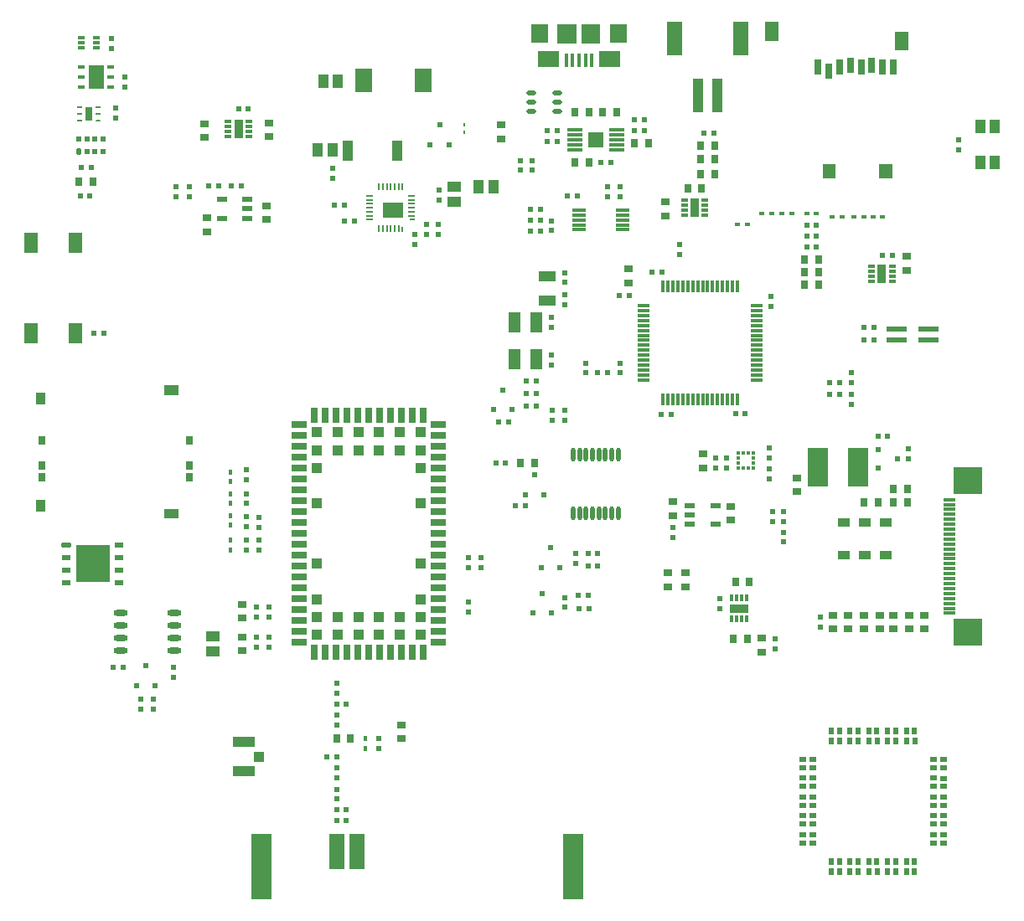
<source format=gbr>
%TF.GenerationSoftware,Altium Limited,Altium Designer,20.2.6 (244)*%
G04 Layer_Color=8421504*
%FSLAX45Y45*%
%MOMM*%
%TF.SameCoordinates,65E78103-6D03-462D-AAE3-041F84C347C7*%
%TF.FilePolarity,Positive*%
%TF.FileFunction,Paste,Top*%
%TF.Part,Single*%
G01*
G75*
%TA.AperFunction,SMDPad,CuDef*%
%ADD11R,1.10000X0.60000*%
G04:AMPARAMS|DCode=12|XSize=0.5mm|YSize=0.6mm|CornerRadius=0mm|HoleSize=0mm|Usage=FLASHONLY|Rotation=0.000|XOffset=0mm|YOffset=0mm|HoleType=Round|Shape=Octagon|*
%AMOCTAGOND12*
4,1,8,-0.12500,0.30000,0.12500,0.30000,0.25000,0.17500,0.25000,-0.17500,0.12500,-0.30000,-0.12500,-0.30000,-0.25000,-0.17500,-0.25000,0.17500,-0.12500,0.30000,0.0*
%
%ADD12OCTAGOND12*%

%ADD13R,0.50000X0.60000*%
%ADD14R,1.50000X3.60000*%
%ADD15R,2.10000X6.60000*%
%ADD16R,0.60000X0.50000*%
%ADD17R,1.20000X0.30000*%
%ADD18R,0.30000X1.20000*%
%ADD19R,2.20000X1.05000*%
%ADD20R,1.05000X1.00000*%
%ADD21O,1.00000X0.50000*%
%ADD22R,1.10000X1.40000*%
%ADD23R,2.00000X1.50000*%
%ADD24R,0.50000X0.20000*%
%ADD25R,0.65000X0.20000*%
%ADD26R,0.20000X0.50000*%
%ADD27R,0.20000X0.65000*%
%ADD28R,1.80000X2.40000*%
%TA.AperFunction,ConnectorPad*%
%ADD29R,1.80000X1.90000*%
%ADD30R,0.40000X1.35000*%
%TA.AperFunction,SMDPad,CuDef*%
%ADD31O,0.45000X1.40000*%
%ADD32R,1.40000X2.10000*%
%TA.AperFunction,ConnectorPad*%
%ADD33R,1.05000X1.40000*%
%ADD36R,0.80000X0.90000*%
%TA.AperFunction,SMDPad,CuDef*%
G04:AMPARAMS|DCode=37|XSize=0.96mm|YSize=0.5mm|CornerRadius=0.125mm|HoleSize=0mm|Usage=FLASHONLY|Rotation=0.000|XOffset=0mm|YOffset=0mm|HoleType=Round|Shape=RoundedRectangle|*
%AMROUNDEDRECTD37*
21,1,0.96000,0.25000,0,0,0.0*
21,1,0.71000,0.50000,0,0,0.0*
1,1,0.25000,0.35500,-0.12500*
1,1,0.25000,-0.35500,-0.12500*
1,1,0.25000,-0.35500,0.12500*
1,1,0.25000,0.35500,0.12500*
%
%ADD37ROUNDEDRECTD37*%
%ADD38R,0.96000X0.50000*%
%ADD39R,3.40000X3.80000*%
%ADD40O,1.45000X0.60000*%
%ADD41R,0.90000X0.80000*%
%ADD45R,0.30000X0.50000*%
%ADD46R,0.80000X0.90000*%
%ADD47R,1.40000X1.10000*%
%ADD48R,1.20000X0.90000*%
%ADD49R,0.80000X1.50000*%
%ADD50R,1.00000X3.50000*%
%ADD51R,1.50000X3.40000*%
%ADD52R,1.20000X2.00000*%
%ADD53R,1.80000X1.00000*%
%ADD54R,2.00000X0.55000*%
%ADD55R,0.80000X0.40000*%
%ADD56R,1.50000X2.40000*%
%ADD57R,0.65000X1.35000*%
%ADD58R,0.50000X0.25000*%
G04:AMPARAMS|DCode=59|XSize=0.5mm|YSize=0.25mm|CornerRadius=0.0625mm|HoleSize=0mm|Usage=FLASHONLY|Rotation=0.000|XOffset=0mm|YOffset=0mm|HoleType=Round|Shape=RoundedRectangle|*
%AMROUNDEDRECTD59*
21,1,0.50000,0.12500,0,0,0.0*
21,1,0.37500,0.25000,0,0,0.0*
1,1,0.12500,0.18750,-0.06250*
1,1,0.12500,-0.18750,-0.06250*
1,1,0.12500,-0.18750,0.06250*
1,1,0.12500,0.18750,0.06250*
%
%ADD59ROUNDEDRECTD59*%
%ADD60R,0.67000X0.30000*%
%ADD61R,0.25000X0.36000*%
%ADD62R,0.70000X0.30000*%
%ADD63R,0.95000X1.95000*%
%ADD64R,1.00000X2.00000*%
%ADD65R,1.45000X0.30000*%
%ADD66R,0.50000X0.30000*%
%ADD67R,1.60000X0.30000*%
%ADD68R,1.60000X1.60000*%
%ADD69R,0.30000X0.70000*%
%ADD70R,1.95000X0.95000*%
%ADD71R,0.37500X0.35000*%
%ADD72R,0.35000X0.37500*%
%ADD73R,2.00000X4.00000*%
%ADD74R,1.20000X0.30000*%
%ADD75R,3.00000X2.70000*%
%TA.AperFunction,NonConductor*%
%ADD96R,0.58001X0.71901*%
%ADD97R,0.71901X0.58001*%
%ADD98R,1.55000X0.75000*%
%ADD99R,0.75000X1.55000*%
%TA.AperFunction,BGAPad,CuDef*%
%ADD100R,1.05000X1.05000*%
G36*
X5685000Y8755000D02*
X5495000D01*
Y8945000D01*
X5685000D01*
Y8755000D01*
D02*
G37*
G36*
X5505000Y8515000D02*
X5295000D01*
Y8675000D01*
X5505000D01*
Y8515000D01*
D02*
G37*
G36*
X1661000Y5198500D02*
X1521001D01*
Y5293500D01*
X1661000D01*
Y5198500D01*
D02*
G37*
G36*
X319000Y5102500D02*
X224001D01*
Y5222500D01*
X319000D01*
Y5102500D01*
D02*
G37*
G36*
Y4017500D02*
X224001D01*
Y4137500D01*
X319000D01*
Y4017500D01*
D02*
G37*
G36*
X1661000Y3946500D02*
X1521001D01*
Y4041500D01*
X1661000D01*
Y3946500D01*
D02*
G37*
G36*
X6125000Y8515000D02*
X5915000D01*
Y8675000D01*
X6125000D01*
Y8515000D01*
D02*
G37*
G36*
X5925000Y8755000D02*
X5735000D01*
Y8945000D01*
X5925000D01*
Y8755000D01*
D02*
G37*
G36*
X7730000Y8780000D02*
X7590000D01*
Y8970000D01*
X7730000D01*
Y8780000D01*
D02*
G37*
G36*
X8175000Y7530000D02*
X8305000D01*
Y7390000D01*
X8175000D01*
Y7530000D01*
D02*
G37*
G36*
X8745000D02*
Y7390000D01*
X8875000D01*
Y7530000D01*
X8745000D01*
D02*
G37*
G36*
X8900000Y8870000D02*
X9040000D01*
Y8680000D01*
X8900000D01*
Y8870000D01*
D02*
G37*
D11*
X2100000Y6984975D02*
D03*
Y7174975D02*
D03*
X2360000D02*
D03*
Y7079975D02*
D03*
Y6984975D02*
D03*
X6830001Y4080000D02*
D03*
Y3985000D02*
D03*
Y3890000D02*
D03*
X7090001D02*
D03*
Y4080000D02*
D03*
D12*
X660000Y7660000D02*
D03*
D13*
X740000D02*
D03*
X820000D02*
D03*
X900000D02*
D03*
Y7787600D02*
D03*
X820000D02*
D03*
X740000D02*
D03*
X660000D02*
D03*
X810000Y5820000D02*
D03*
X910000D02*
D03*
X1104976Y2442475D02*
D03*
X1004976D02*
D03*
X1335001Y2457475D02*
D03*
X1430001Y2257475D02*
D03*
X1240001D02*
D03*
X3260000Y1000000D02*
D03*
X3360000D02*
D03*
X3260000Y1540000D02*
D03*
X3160000D02*
D03*
X3360000Y890000D02*
D03*
X3260000D02*
D03*
Y2070000D02*
D03*
X3360000D02*
D03*
X5170000Y4080000D02*
D03*
X5070001D02*
D03*
X4870000Y4510000D02*
D03*
X4970000D02*
D03*
X5165000Y4190000D02*
D03*
X5355000D02*
D03*
X5260000Y4390000D02*
D03*
X5000000Y4920000D02*
D03*
X4900000D02*
D03*
X5180000Y5085000D02*
D03*
X5279999D02*
D03*
Y5335050D02*
D03*
X5180000D02*
D03*
X5900000Y5420000D02*
D03*
X6000000D02*
D03*
X6119999Y6199974D02*
D03*
X6219999D02*
D03*
X6540000Y5000000D02*
D03*
X6640000D02*
D03*
X6550000Y6440000D02*
D03*
X6450000D02*
D03*
X7289999Y5009974D02*
D03*
X7389999D02*
D03*
X8589999Y5750000D02*
D03*
X8689999D02*
D03*
X8589999Y5880000D02*
D03*
X8689999D02*
D03*
X4844999Y5050000D02*
D03*
X5034999D02*
D03*
X4939999Y5250000D02*
D03*
X5180000Y5210025D02*
D03*
X5279999D02*
D03*
X3240000Y7120000D02*
D03*
X3340000D02*
D03*
X4208000Y7730000D02*
D03*
X4398000D02*
D03*
X4303000Y7930000D02*
D03*
X3440000Y6960000D02*
D03*
X3340000D02*
D03*
X2270000Y8090001D02*
D03*
X2370000D02*
D03*
X5320000Y6858000D02*
D03*
X5220000D02*
D03*
X5320000Y6968000D02*
D03*
X5220000D02*
D03*
X5590000Y7210000D02*
D03*
X5690000D02*
D03*
X5320000Y7078000D02*
D03*
X5220000D02*
D03*
X1970000Y7310000D02*
D03*
X2070000D02*
D03*
X680000Y7494775D02*
D03*
X780000D02*
D03*
X670000Y7210000D02*
D03*
X770000D02*
D03*
X2200000Y7310000D02*
D03*
X2300000D02*
D03*
X5490000Y7760000D02*
D03*
X5390000D02*
D03*
X5490000Y7870000D02*
D03*
X5390000D02*
D03*
X6030000Y7550000D02*
D03*
X5930000D02*
D03*
X6270000Y7870000D02*
D03*
X6370000D02*
D03*
X7070001Y7847975D02*
D03*
X6970001D02*
D03*
X8110000Y6800001D02*
D03*
X8010000D02*
D03*
X8110000Y6690001D02*
D03*
X8010000D02*
D03*
X8110000Y6910001D02*
D03*
X8010000D02*
D03*
X8880000Y6610000D02*
D03*
X8780000D02*
D03*
X6370000Y7980000D02*
D03*
X6270000D02*
D03*
X5339976Y3190026D02*
D03*
X5434975Y2990026D02*
D03*
X5244976D02*
D03*
X5704954Y3170001D02*
D03*
X5804953D02*
D03*
X5710001Y3040001D02*
D03*
X5810001D02*
D03*
X5800001Y3594976D02*
D03*
X5900001D02*
D03*
X5425001Y3655001D02*
D03*
X5520001Y3455001D02*
D03*
X5330001D02*
D03*
X5800001Y3469950D02*
D03*
X5900001D02*
D03*
X8240000Y5200000D02*
D03*
X8340000D02*
D03*
X8830001Y4780000D02*
D03*
X8730001D02*
D03*
X8240000Y5320000D02*
D03*
X8340000D02*
D03*
D14*
X3260000Y580000D02*
D03*
X3470000D02*
D03*
D15*
X2500000Y430000D02*
D03*
X5650000D02*
D03*
D16*
X4590026Y3100000D02*
D03*
Y3000000D02*
D03*
X1280001Y2020000D02*
D03*
Y2120000D02*
D03*
X1410001Y2120000D02*
D03*
Y2020000D02*
D03*
X1610001Y2442474D02*
D03*
Y2342475D02*
D03*
X2350001Y3630000D02*
D03*
Y3730000D02*
D03*
Y3970000D02*
D03*
Y3870000D02*
D03*
Y4200000D02*
D03*
Y4100000D02*
D03*
Y4440000D02*
D03*
Y4340000D02*
D03*
X2480001Y3630001D02*
D03*
Y3730000D02*
D03*
X2450001Y2750000D02*
D03*
Y2650000D02*
D03*
Y2950000D02*
D03*
Y3050000D02*
D03*
X2480000Y3960000D02*
D03*
Y3860000D02*
D03*
X3260000Y1110000D02*
D03*
Y1210000D02*
D03*
Y1430000D02*
D03*
Y1330000D02*
D03*
Y1860000D02*
D03*
Y1960000D02*
D03*
Y2280000D02*
D03*
Y2180000D02*
D03*
X2580001Y2750000D02*
D03*
Y2650000D02*
D03*
Y2950000D02*
D03*
Y3050000D02*
D03*
X3690000Y1720000D02*
D03*
Y1620000D02*
D03*
X5439999Y4940000D02*
D03*
Y5040000D02*
D03*
X5429999Y5500000D02*
D03*
Y5599999D02*
D03*
Y5984974D02*
D03*
Y5884975D02*
D03*
X5565025Y6210000D02*
D03*
Y6110000D02*
D03*
Y6335025D02*
D03*
Y6435025D02*
D03*
X5569999Y4940000D02*
D03*
Y5040000D02*
D03*
X5774974Y5520000D02*
D03*
Y5420000D02*
D03*
X7649999Y6090000D02*
D03*
Y6190000D02*
D03*
X6125025Y5520000D02*
D03*
Y5420000D02*
D03*
X6730000Y6620000D02*
D03*
Y6720000D02*
D03*
X6130000Y7200000D02*
D03*
Y7300000D02*
D03*
X6000000Y7200000D02*
D03*
Y7300000D02*
D03*
X1030000Y8000000D02*
D03*
Y8100000D02*
D03*
X990000Y8800000D02*
D03*
Y8700000D02*
D03*
X3220000Y7390000D02*
D03*
Y7490000D02*
D03*
X4168000Y6820000D02*
D03*
Y6919999D02*
D03*
X4288000Y6820000D02*
D03*
Y6919999D02*
D03*
X4298000Y7170000D02*
D03*
Y7269999D02*
D03*
X1120000Y8410000D02*
D03*
Y8310000D02*
D03*
X4048000Y6819999D02*
D03*
Y6720000D02*
D03*
X5430000Y6960000D02*
D03*
Y6860000D02*
D03*
X1640000Y7300000D02*
D03*
Y7200000D02*
D03*
X1770000Y7300000D02*
D03*
Y7200000D02*
D03*
X5240000Y7470000D02*
D03*
Y7570000D02*
D03*
X5120000Y7470000D02*
D03*
Y7570000D02*
D03*
X4590001Y3450000D02*
D03*
Y3550000D02*
D03*
X4720001Y3450000D02*
D03*
Y3550000D02*
D03*
X6660001Y3860000D02*
D03*
Y3760000D02*
D03*
X7130000Y3139999D02*
D03*
Y3040000D02*
D03*
X7200000Y4460000D02*
D03*
Y4560000D02*
D03*
X7630000Y4450000D02*
D03*
Y4350000D02*
D03*
Y4560000D02*
D03*
Y4660000D02*
D03*
X7090000Y4460000D02*
D03*
Y4560000D02*
D03*
X9550000Y7680000D02*
D03*
Y7780000D02*
D03*
X5570001Y3150001D02*
D03*
Y3050001D02*
D03*
X5674976Y3594975D02*
D03*
Y3494975D02*
D03*
X7690000Y2630000D02*
D03*
Y2730000D02*
D03*
X8460000Y5100000D02*
D03*
Y5200000D02*
D03*
Y5420000D02*
D03*
Y5320000D02*
D03*
X7670000Y3920000D02*
D03*
Y4020000D02*
D03*
X7780000Y3920000D02*
D03*
Y4020000D02*
D03*
X9040001Y4550000D02*
D03*
Y4650000D02*
D03*
X8730001Y4645000D02*
D03*
Y4455000D02*
D03*
X8930001Y4550000D02*
D03*
X7780000Y3710000D02*
D03*
Y3810000D02*
D03*
X8150001Y2850000D02*
D03*
Y2950000D02*
D03*
D17*
X6359999Y6099999D02*
D03*
Y5499999D02*
D03*
Y5700000D02*
D03*
Y5899999D02*
D03*
Y5950000D02*
D03*
Y5999999D02*
D03*
Y6050000D02*
D03*
Y5749999D02*
D03*
Y5800000D02*
D03*
Y5849999D02*
D03*
Y5550000D02*
D03*
Y5599999D02*
D03*
Y5649999D02*
D03*
Y5399999D02*
D03*
Y5450000D02*
D03*
Y5349999D02*
D03*
X7509999Y5350000D02*
D03*
Y5400000D02*
D03*
Y5450000D02*
D03*
Y5500000D02*
D03*
Y5550000D02*
D03*
Y5600000D02*
D03*
Y5650000D02*
D03*
Y5700000D02*
D03*
Y5750000D02*
D03*
Y5800000D02*
D03*
Y5850000D02*
D03*
Y5900000D02*
D03*
Y5950000D02*
D03*
Y6000000D02*
D03*
Y6050000D02*
D03*
Y6100000D02*
D03*
D18*
X6559999Y6300000D02*
D03*
Y5149999D02*
D03*
X6609999Y5150000D02*
D03*
X6659999D02*
D03*
X6709999D02*
D03*
X6759999D02*
D03*
X6809999D02*
D03*
X6859999D02*
D03*
X6909999D02*
D03*
X6959999D02*
D03*
X7009999D02*
D03*
X7059999D02*
D03*
X7109999D02*
D03*
X7159999D02*
D03*
X7209999D02*
D03*
X7259999D02*
D03*
X7309999D02*
D03*
Y6300000D02*
D03*
X7259999D02*
D03*
X7209999D02*
D03*
X7159999D02*
D03*
X7109999D02*
D03*
X7059999D02*
D03*
X7009999D02*
D03*
X6959999D02*
D03*
X6909999D02*
D03*
X6859999D02*
D03*
X6809999D02*
D03*
X6759999D02*
D03*
X6709999D02*
D03*
X6659999D02*
D03*
X6609999D02*
D03*
D19*
X2327500Y1392500D02*
D03*
Y1687500D02*
D03*
D20*
X2480000Y1540000D02*
D03*
D21*
X5225000Y8255000D02*
D03*
Y8160000D02*
D03*
Y8065000D02*
D03*
X5495000Y8255000D02*
D03*
Y8160000D02*
D03*
Y8065000D02*
D03*
D22*
X4845000Y7300000D02*
D03*
X4695000D02*
D03*
X3125000Y8370000D02*
D03*
X3275000D02*
D03*
X3073000Y7680000D02*
D03*
X3223000D02*
D03*
D23*
X3828000Y7069999D02*
D03*
D24*
X4025500Y6969999D02*
D03*
D25*
X4018000Y7209999D02*
D03*
Y7169999D02*
D03*
Y7129999D02*
D03*
Y7089999D02*
D03*
Y7049999D02*
D03*
Y7009999D02*
D03*
X3598000Y6969999D02*
D03*
Y7009999D02*
D03*
Y7049999D02*
D03*
Y7089999D02*
D03*
Y7129999D02*
D03*
Y7169999D02*
D03*
Y7209999D02*
D03*
D26*
X3928000Y6872499D02*
D03*
D27*
X3888000Y6879999D02*
D03*
X3848000D02*
D03*
X3808000D02*
D03*
X3768000D02*
D03*
X3728000D02*
D03*
X3688000D02*
D03*
Y7299999D02*
D03*
X3728000D02*
D03*
X3768000D02*
D03*
X3928000D02*
D03*
X3888000D02*
D03*
X3848000D02*
D03*
X3808000D02*
D03*
D28*
X3538000Y8379999D02*
D03*
X4138000D02*
D03*
D29*
X5310000Y8850000D02*
D03*
X6110000D02*
D03*
D30*
X5840000Y8582500D02*
D03*
X5775000D02*
D03*
X5580000D02*
D03*
X5645000D02*
D03*
X5710000D02*
D03*
D31*
X5652500Y4005000D02*
D03*
X5717500D02*
D03*
X5782500D02*
D03*
X5847500D02*
D03*
X5912500D02*
D03*
X5977500D02*
D03*
X6042500D02*
D03*
X6107500D02*
D03*
X5652500Y4595000D02*
D03*
X5717500D02*
D03*
X5782500D02*
D03*
X5847500D02*
D03*
X5912500D02*
D03*
X5977500D02*
D03*
X6042500D02*
D03*
X6107500D02*
D03*
D32*
X177000Y6735000D02*
D03*
X623000D02*
D03*
X177000Y5825000D02*
D03*
X623000D02*
D03*
D33*
X9767500Y7550000D02*
D03*
Y7910000D02*
D03*
X9912500Y7550000D02*
D03*
Y7910000D02*
D03*
D36*
X1777001Y4741000D02*
D03*
Y4487000D02*
D03*
Y4363000D02*
D03*
X283000Y4741000D02*
D03*
Y4487000D02*
D03*
Y4363000D02*
D03*
D37*
X530000Y3680000D02*
D03*
D38*
Y3299000D02*
D03*
Y3553000D02*
D03*
Y3426000D02*
D03*
X1065000Y3299000D02*
D03*
Y3426000D02*
D03*
Y3553000D02*
D03*
Y3680000D02*
D03*
D39*
X800000Y3490000D02*
D03*
D40*
X1077501Y2990500D02*
D03*
Y2863500D02*
D03*
Y2736500D02*
D03*
Y2609500D02*
D03*
X1622501Y2990500D02*
D03*
Y2863500D02*
D03*
Y2736500D02*
D03*
Y2609500D02*
D03*
D41*
X2310000Y2610000D02*
D03*
Y2750000D02*
D03*
X2310001Y3080000D02*
D03*
Y2940000D02*
D03*
X3920000Y1720000D02*
D03*
Y1860000D02*
D03*
X6790001Y3400000D02*
D03*
Y3260000D02*
D03*
X6610001Y3400000D02*
D03*
Y3260000D02*
D03*
X6209974Y6330000D02*
D03*
Y6470000D02*
D03*
X2580000Y7810000D02*
D03*
Y7950000D02*
D03*
X1930000Y7800000D02*
D03*
Y7940000D02*
D03*
X1950000Y6850000D02*
D03*
Y6990000D02*
D03*
X2550000Y7110000D02*
D03*
Y6970000D02*
D03*
X4920000Y7930000D02*
D03*
Y7790000D02*
D03*
X6580000Y7010000D02*
D03*
Y7150000D02*
D03*
X6660000Y3980000D02*
D03*
Y4120000D02*
D03*
X7240001Y3930000D02*
D03*
Y4070000D02*
D03*
X6960000Y4600000D02*
D03*
Y4460000D02*
D03*
X7560000Y2740000D02*
D03*
Y2600000D02*
D03*
X9020000Y6460000D02*
D03*
Y6600000D02*
D03*
X8750001Y2970000D02*
D03*
Y2830000D02*
D03*
X8430001Y2970000D02*
D03*
Y2830000D02*
D03*
X8280001Y2970000D02*
D03*
Y2830000D02*
D03*
X8590001Y2970000D02*
D03*
Y2830000D02*
D03*
X8890001Y2970000D02*
D03*
Y2830000D02*
D03*
X9200001Y2970000D02*
D03*
Y2830000D02*
D03*
X9050001Y2970000D02*
D03*
Y2830000D02*
D03*
X7910000Y4360000D02*
D03*
Y4220000D02*
D03*
D45*
X3550000Y1720000D02*
D03*
Y1620000D02*
D03*
X2190001Y3630000D02*
D03*
Y3730000D02*
D03*
Y3980001D02*
D03*
Y3880001D02*
D03*
Y4200000D02*
D03*
Y4100000D02*
D03*
Y4420001D02*
D03*
Y4320001D02*
D03*
D46*
X3260000Y1720000D02*
D03*
X3400000D02*
D03*
X5260000Y4510000D02*
D03*
X5120000D02*
D03*
X800000Y7350000D02*
D03*
X660000D02*
D03*
X5670000Y7550000D02*
D03*
X5810000D02*
D03*
X5810000Y8060000D02*
D03*
X5670000D02*
D03*
X5950000Y8060000D02*
D03*
X6090000D02*
D03*
X6270000Y7740000D02*
D03*
X6410000D02*
D03*
X6810000Y7290000D02*
D03*
X6950000D02*
D03*
X6940000Y7430000D02*
D03*
X7080000D02*
D03*
X6940000Y7580000D02*
D03*
X7080000D02*
D03*
X7990000Y6310000D02*
D03*
X8130000D02*
D03*
X7990000Y6570001D02*
D03*
X8130000D02*
D03*
X6940000Y7720000D02*
D03*
X7080000D02*
D03*
X7990000Y6440001D02*
D03*
X8130000D02*
D03*
X7410000Y2729999D02*
D03*
X7270000D02*
D03*
X7430000Y3309999D02*
D03*
X7290000D02*
D03*
X8590001Y4110000D02*
D03*
X8730001D02*
D03*
X9030001Y4250001D02*
D03*
X8890001D02*
D03*
X9030001Y4110000D02*
D03*
X8890001D02*
D03*
D47*
X2010000Y2605000D02*
D03*
Y2755000D02*
D03*
X4448000Y7149999D02*
D03*
Y7299999D02*
D03*
D48*
X8600001Y3910000D02*
D03*
Y3580000D02*
D03*
X8390001D02*
D03*
Y3910000D02*
D03*
X8810001Y3580000D02*
D03*
Y3910000D02*
D03*
D49*
X8120000Y8510000D02*
D03*
X8230000Y8470000D02*
D03*
X8340000Y8510000D02*
D03*
X8450000Y8530000D02*
D03*
X8560000Y8510000D02*
D03*
X8670000Y8530000D02*
D03*
X8780000Y8510000D02*
D03*
X8890000D02*
D03*
D50*
X6910000Y8230000D02*
D03*
X7110000D02*
D03*
D51*
X6675000Y8805000D02*
D03*
X7345000D02*
D03*
D52*
X5280000Y5560000D02*
D03*
Y5930000D02*
D03*
X5060000D02*
D03*
Y5560000D02*
D03*
D53*
X5389999Y6150000D02*
D03*
Y6400000D02*
D03*
D54*
X9240000Y5860000D02*
D03*
X8920000D02*
D03*
X9240000Y5750000D02*
D03*
X8920000D02*
D03*
D55*
X680000Y8510000D02*
D03*
Y8410000D02*
D03*
Y8310000D02*
D03*
X980000Y8510000D02*
D03*
Y8410000D02*
D03*
Y8310000D02*
D03*
D56*
X830000Y8410000D02*
D03*
D57*
X760001Y8040000D02*
D03*
D58*
X665001Y7975000D02*
D03*
Y8040000D02*
D03*
Y8105000D02*
D03*
X855001D02*
D03*
Y8040000D02*
D03*
D59*
Y7975000D02*
D03*
D60*
X680001Y8809999D02*
D03*
Y8759999D02*
D03*
Y8710000D02*
D03*
X830001D02*
D03*
Y8759999D02*
D03*
Y8809999D02*
D03*
D61*
X4548000Y7850000D02*
D03*
Y7930000D02*
D03*
D62*
X2375000Y7815001D02*
D03*
X2165000D02*
D03*
X2375000Y7965001D02*
D03*
Y7915001D02*
D03*
Y7865001D02*
D03*
X2165000Y7965001D02*
D03*
Y7865001D02*
D03*
Y7915001D02*
D03*
X6985000Y7015000D02*
D03*
X6775000D02*
D03*
X6985000Y7165000D02*
D03*
Y7115000D02*
D03*
Y7065000D02*
D03*
X6775000Y7165000D02*
D03*
Y7065000D02*
D03*
Y7115000D02*
D03*
X8875000Y6345000D02*
D03*
X8665000D02*
D03*
X8875000Y6495000D02*
D03*
Y6445000D02*
D03*
Y6395000D02*
D03*
X8665000Y6495000D02*
D03*
Y6395000D02*
D03*
Y6445000D02*
D03*
D63*
X2270000Y7890000D02*
D03*
X6880000Y7090000D02*
D03*
X8770000Y6420000D02*
D03*
D64*
X3370000Y7670000D02*
D03*
X3870000D02*
D03*
D65*
X6150000Y6868000D02*
D03*
Y6918000D02*
D03*
Y6968000D02*
D03*
Y7018000D02*
D03*
Y7068000D02*
D03*
X5710000D02*
D03*
Y7018000D02*
D03*
Y6968000D02*
D03*
Y6918000D02*
D03*
Y6868000D02*
D03*
D66*
X7310000Y6920000D02*
D03*
X7410000D02*
D03*
X8110000Y7030001D02*
D03*
X8010000D02*
D03*
X8270000Y7000000D02*
D03*
X8370000D02*
D03*
X8590000Y7000000D02*
D03*
X8490000D02*
D03*
X8780000D02*
D03*
X8680000D02*
D03*
X7660000Y7030000D02*
D03*
X7560000D02*
D03*
X7860000D02*
D03*
X7760000D02*
D03*
D67*
X5670000Y7880000D02*
D03*
Y7830000D02*
D03*
Y7780000D02*
D03*
Y7730000D02*
D03*
Y7680000D02*
D03*
X6090000D02*
D03*
Y7730000D02*
D03*
Y7780000D02*
D03*
Y7830000D02*
D03*
Y7880000D02*
D03*
D68*
X5880000Y7780000D02*
D03*
D69*
X7405000Y3145000D02*
D03*
Y2934999D02*
D03*
X7255000Y3145000D02*
D03*
X7305000D02*
D03*
X7355000D02*
D03*
X7255000Y2934999D02*
D03*
X7355000D02*
D03*
X7305000D02*
D03*
D70*
X7330000Y3040000D02*
D03*
D71*
X7471250Y4461250D02*
D03*
Y4611251D02*
D03*
X7318750D02*
D03*
Y4461250D02*
D03*
X7471250Y4561250D02*
D03*
Y4511251D02*
D03*
X7318750Y4561250D02*
D03*
Y4511251D02*
D03*
D72*
X7420000Y4460000D02*
D03*
X7370000D02*
D03*
X7420000Y4612501D02*
D03*
X7370000D02*
D03*
D73*
X8530001Y4470000D02*
D03*
X8120001D02*
D03*
D74*
X9450001Y2990000D02*
D03*
Y3040000D02*
D03*
Y3090000D02*
D03*
Y3140000D02*
D03*
Y3190000D02*
D03*
Y3240000D02*
D03*
Y3290000D02*
D03*
Y3340000D02*
D03*
Y3390000D02*
D03*
Y3440000D02*
D03*
Y3490000D02*
D03*
Y3540000D02*
D03*
Y3590000D02*
D03*
Y3640000D02*
D03*
Y3690000D02*
D03*
Y3740000D02*
D03*
Y3790000D02*
D03*
Y3840000D02*
D03*
Y3890000D02*
D03*
Y3940000D02*
D03*
Y3990000D02*
D03*
Y4040000D02*
D03*
Y4090000D02*
D03*
Y4140000D02*
D03*
D75*
X9640001Y2800000D02*
D03*
Y4330000D02*
D03*
D96*
X9017497Y378857D02*
D03*
X9101207Y379253D02*
D03*
X9017893Y480646D02*
D03*
X9100893D02*
D03*
X8827903Y379242D02*
D03*
X8911593Y379646D02*
D03*
X8828307Y481054D02*
D03*
X8911307D02*
D03*
X8447293Y379246D02*
D03*
X8531003Y379643D02*
D03*
X8447697Y481057D02*
D03*
X8530697D02*
D03*
X8257707Y1699053D02*
D03*
X8341397Y1699457D02*
D03*
X8258103Y1800843D02*
D03*
X8341103D02*
D03*
X8447307Y1699053D02*
D03*
X8530997Y1699457D02*
D03*
X8447703Y1800843D02*
D03*
X8530703D02*
D03*
X8827897Y1699057D02*
D03*
X8911607Y1699454D02*
D03*
X8828293Y1800846D02*
D03*
X8911293D02*
D03*
X9101793D02*
D03*
X9018793D02*
D03*
X9102107Y1699454D02*
D03*
X9018397Y1699057D02*
D03*
X8720793Y1800846D02*
D03*
X8637793D02*
D03*
X8721107Y1699454D02*
D03*
X8637397Y1699057D02*
D03*
X8341107Y481054D02*
D03*
X8258107D02*
D03*
X8341393Y379646D02*
D03*
X8257703Y379242D02*
D03*
X8720807Y481054D02*
D03*
X8637807D02*
D03*
X8721093Y379646D02*
D03*
X8637403Y379242D02*
D03*
D97*
X9390547Y859607D02*
D03*
Y942607D02*
D03*
X9289152Y859292D02*
D03*
X9288742Y942996D02*
D03*
X9390043Y1238296D02*
D03*
Y1321296D02*
D03*
X9288657Y1238003D02*
D03*
X9288247Y1321707D02*
D03*
X7968656Y1131603D02*
D03*
X7969046Y1047906D02*
D03*
X8070453Y1131192D02*
D03*
Y1048192D02*
D03*
X7969356Y1322203D02*
D03*
X7969746Y1238507D02*
D03*
X8071153Y1321792D02*
D03*
Y1238792D02*
D03*
X8070457Y1428803D02*
D03*
Y1511803D02*
D03*
X7969042Y1428495D02*
D03*
X7968652Y1512192D02*
D03*
X8071357Y858603D02*
D03*
Y941603D02*
D03*
X7969942Y858295D02*
D03*
X7969552Y941992D02*
D03*
X7968652Y752392D02*
D03*
X7969042Y668696D02*
D03*
X8070457Y752003D02*
D03*
Y669003D02*
D03*
X9289152Y1512692D02*
D03*
X9289543Y1428996D02*
D03*
X9390957Y1512303D02*
D03*
Y1429303D02*
D03*
X9289152Y1132092D02*
D03*
X9289543Y1048396D02*
D03*
X9390957Y1131703D02*
D03*
Y1048703D02*
D03*
X9289152Y752492D02*
D03*
X9289543Y668796D02*
D03*
X9390957Y752103D02*
D03*
Y669103D02*
D03*
D98*
X4285003Y2694999D02*
D03*
Y2804999D02*
D03*
X4285001Y2915003D02*
D03*
X4285003Y3024999D02*
D03*
X4285001Y3135003D02*
D03*
X4285003Y3244999D02*
D03*
X4285001Y3355003D02*
D03*
X4285003Y3464999D02*
D03*
X4285001Y3575003D02*
D03*
Y3685003D02*
D03*
X4285003Y3794999D02*
D03*
X4285001Y3905003D02*
D03*
X4285003Y4014999D02*
D03*
X4285001Y4125003D02*
D03*
X4285003Y4234999D02*
D03*
X4285001Y4345003D02*
D03*
Y4455003D02*
D03*
X4285003Y4564999D02*
D03*
X4285001Y4675003D02*
D03*
X4285003Y4784999D02*
D03*
X4285001Y4895003D02*
D03*
X2885000D02*
D03*
X2885002Y4784999D02*
D03*
X2885000Y4675003D02*
D03*
X2885002Y4564999D02*
D03*
X2885000Y4455003D02*
D03*
Y4345003D02*
D03*
X2885002Y4234999D02*
D03*
X2885000Y4125003D02*
D03*
X2885002Y4014999D02*
D03*
X2885000Y3905003D02*
D03*
X2885002Y3794999D02*
D03*
X2885000Y3685003D02*
D03*
Y3575003D02*
D03*
X2885002Y3464999D02*
D03*
X2885000Y3355003D02*
D03*
X2885002Y3244999D02*
D03*
X2885000Y3135003D02*
D03*
X2885002Y3024999D02*
D03*
X2885000Y2915003D02*
D03*
X2885002Y2804999D02*
D03*
Y2694999D02*
D03*
D99*
X4135000Y4995003D02*
D03*
X4024998Y4995001D02*
D03*
X3915000Y4995003D02*
D03*
X3804997Y4995001D02*
D03*
X3695000Y4995003D02*
D03*
X3585000D02*
D03*
X3474998Y4995001D02*
D03*
X3365000Y4995003D02*
D03*
X3254998Y4995001D02*
D03*
X3145000Y4995003D02*
D03*
X3034997Y4995001D02*
D03*
X3144997Y2595001D02*
D03*
X3255000Y2595003D02*
D03*
X3364997Y2595001D02*
D03*
X3035000Y2595003D02*
D03*
X3475000D02*
D03*
X3584997Y2595001D02*
D03*
X3695000Y2595003D02*
D03*
X3805000D02*
D03*
X3915000D02*
D03*
X4025000D02*
D03*
X4134997Y2595001D02*
D03*
D100*
X3060000Y4820000D02*
D03*
X3270000D02*
D03*
X3480000D02*
D03*
X3690000D02*
D03*
X3900000D02*
D03*
X4110000D02*
D03*
X3060000Y4640000D02*
D03*
X3270000D02*
D03*
X3480000D02*
D03*
X3690000D02*
D03*
X3900000D02*
D03*
X4110000D02*
D03*
X3060000Y4460000D02*
D03*
X4110000D02*
D03*
X3060000Y4100000D02*
D03*
X4110000D02*
D03*
X3060000Y3490000D02*
D03*
X4110000D02*
D03*
X3060000Y3130000D02*
D03*
X4110000D02*
D03*
X3060000Y2950000D02*
D03*
X3270000D02*
D03*
X3480000D02*
D03*
X3690000D02*
D03*
X3900000D02*
D03*
X4110000D02*
D03*
X3060000Y2770000D02*
D03*
X3270000D02*
D03*
X3480000D02*
D03*
X3690000D02*
D03*
X3900000D02*
D03*
X4110000D02*
D03*
%TF.MD5,5a1103d5af950460f2d97d9367c9d727*%
M02*

</source>
